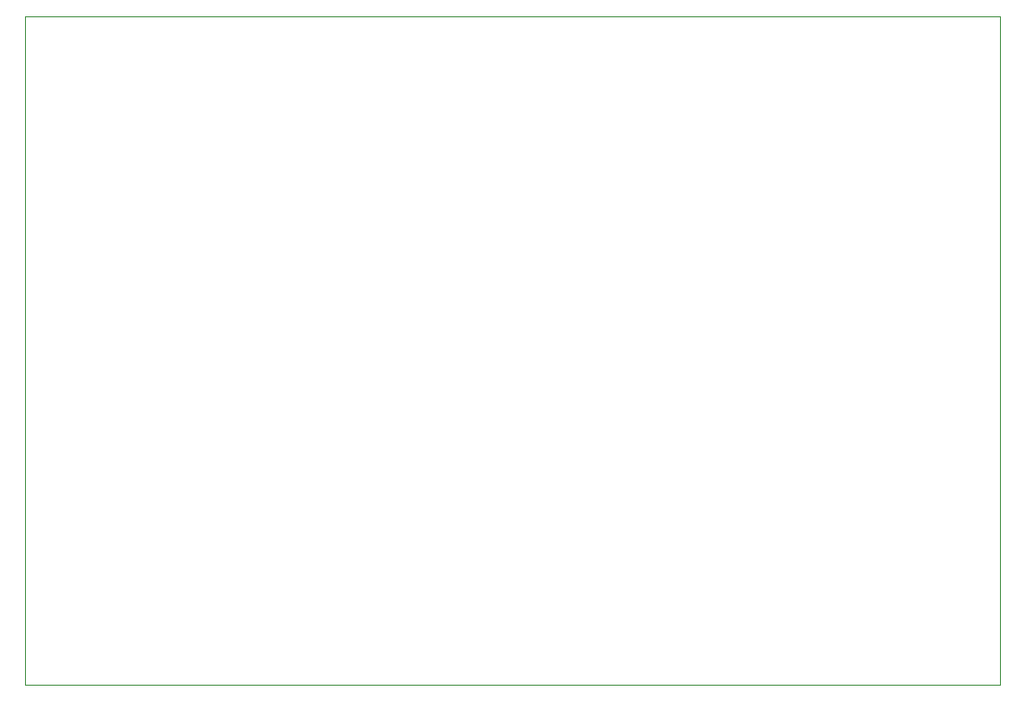
<source format=gbr>
G04 #@! TF.GenerationSoftware,KiCad,Pcbnew,5.1.4-e60b266~84~ubuntu18.04.1*
G04 #@! TF.CreationDate,2019-09-18T22:30:48+03:00*
G04 #@! TF.ProjectId,spotweld,73706f74-7765-46c6-942e-6b696361645f,rev?*
G04 #@! TF.SameCoordinates,Original*
G04 #@! TF.FileFunction,Profile,NP*
%FSLAX46Y46*%
G04 Gerber Fmt 4.6, Leading zero omitted, Abs format (unit mm)*
G04 Created by KiCad (PCBNEW 5.1.4-e60b266~84~ubuntu18.04.1) date 2019-09-18 22:30:48*
%MOMM*%
%LPD*%
G04 APERTURE LIST*
%ADD10C,0.050000*%
G04 APERTURE END LIST*
D10*
X104140000Y-121666000D02*
X104140000Y-62738000D01*
X189992000Y-121666000D02*
X104140000Y-121666000D01*
X189992000Y-62738000D02*
X189992000Y-121666000D01*
X104140000Y-62738000D02*
X189992000Y-62738000D01*
M02*

</source>
